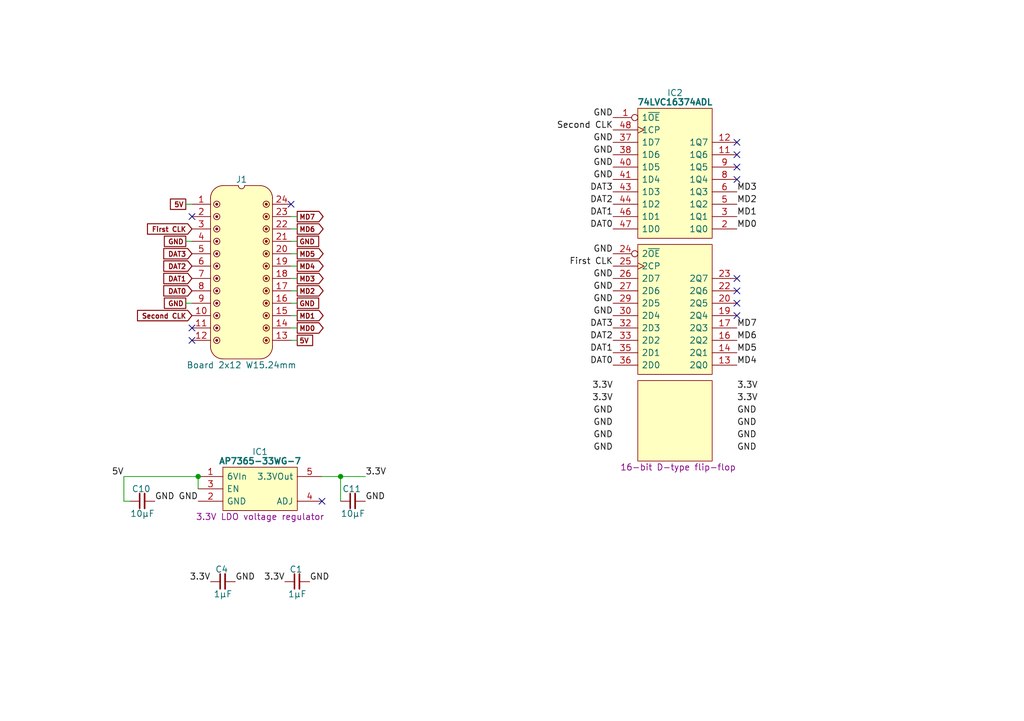
<source format=kicad_sch>
(kicad_sch (version 20250114) (generator "eeschema") (generator_version "9.0")
  (paper "A5")
  (title_block (title "SD Card Read Data") (date "2024-07-02") (rev "V0"))
  (lib_symbols
    (symbol "Diodes_Inc:AP7365-33WG-7" (pin_names (offset 0.762))
      (property "Reference" "IC" (at 12.7 5.08 0))
      (property "Value" "AP7365-33WG-7" (at 12.7 3.175 0))
      (property "Description" "3.3V LDO voltage regulator" (at 12.7 -8.255 0))
      (symbol "AP7365-33WG-7_0_0"
        (pin input line (at 0 -2.54 0) (length 5.08) (name "EN") (number "3"))
        (pin passive line (at 0 -5.08 0) (length 5.08) (name "GND") (number "2"))
        (pin passive line (at 25.4 -5.08 180) (length 5.08) (name "ADJ") (number "4"))
      )
      (symbol "AP7365-33WG-7_0_1"
        (polyline (pts (xy 5.08 1.905) (xy 20.32 1.905) (xy 20.32 -6.985) (xy 5.08 -6.985) (xy 5.08 1.905)) (fill (type background)))
      )
      (symbol "AP7365-33WG-7_1_0"
        (pin passive line (at 0 0 0) (length 5.08) (name "6VIn") (number "1"))
        (pin passive line (at 25.4 0 180) (length 5.08) (name "3.3VOut") (number "5"))
      )
    )
    (symbol "HCP65:Board_02x12_W15.24mm" (pin_names (offset 1.016) (hide yes))
      (property "Reference" "J" (at 0 5.08 0))
      (property "Value" "Board 2x12 W15.24mm" (at 0 -33.02 0))
      (symbol "Board_02x12_W15.24mm_0_1"
        (polyline (pts (xy -6.35 1.27) (xy -6.35 -29.21)))
        (arc (start -3.8102 -31.7498) (mid -5.6063 -31.0059) (end -6.3502 -29.2098))
        (arc (start -6.35 1.27) (mid -5.6061 3.0661) (end -3.81 3.81))
        (polyline (pts (xy -3.81 3.81) (xy -0.635 3.81)))
        (arc (start 0.635 3.81) (mid 0 3.175) (end -0.635 3.81))
        (polyline (pts (xy 0.635 3.81) (xy 3.81 3.81)))
        (polyline (pts (xy 3.8098 -31.7498) (xy -3.81 -31.75)))
        (arc (start 3.81 3.81) (mid 5.6061 3.0661) (end 6.35 1.27))
        (arc (start 6.3498 -29.2098) (mid 5.6059 -31.0059) (end 3.8098 -31.7498))
        (polyline (pts (xy 6.35 -29.21) (xy 6.35 1.27)))
      )
      (symbol "Board_02x12_W15.24mm_1_1"
        (polyline (pts (xy -6.35 1.27) (xy -6.096 2.286) (xy -5.588 3.048) (xy -4.826 3.556) (xy -4.064 3.81) (xy -0.762 3.81) (xy -0.508 3.302) (xy 0 3.048) (xy 0 -31.75) (xy -3.81 -31.75) (xy -4.826 -31.496) (xy -5.588 -30.988) (xy -6.096 -30.226) (xy -6.35 -29.464) (xy -6.35 1.27)) (stroke (width -0.0001)) (fill (type background)))
        (circle (center -5.08 0) (radius 0.0001) (stroke (width 0.3)))
        (circle (center -5.08 0) (radius 0.635) (fill (type color) (color 255 255 255 1)))
        (circle (center -5.08 -2.54) (radius 0.0001) (stroke (width 0.3)))
        (circle (center -5.08 -2.54) (radius 0.635) (fill (type color) (color 255 255 255 1)))
        (circle (center -5.08 -5.08) (radius 0.0001) (stroke (width 0.3)))
        (circle (center -5.08 -5.08) (radius 0.635) (fill (type color) (color 255 255 255 1)))
        (circle (center -5.08 -7.62) (radius 0.0001) (stroke (width 0.3)))
        (circle (center -5.08 -7.62) (radius 0.635) (fill (type color) (color 255 255 255 1)))
        (circle (center -5.08 -10.16) (radius 0.0001) (stroke (width 0.3)))
        (circle (center -5.08 -10.16) (radius 0.635) (fill (type color) (color 255 255 255 1)))
        (circle (center -5.08 -12.7) (radius 0.0001) (stroke (width 0.3)))
        (circle (center -5.08 -12.7) (radius 0.635) (fill (type color) (color 255 255 255 1)))
        (circle (center -5.08 -15.24) (radius 0.0001) (stroke (width 0.3)))
        (circle (center -5.08 -15.24) (radius 0.635) (fill (type color) (color 255 255 255 1)))
        (circle (center -5.08 -17.78) (radius 0.0001) (stroke (width 0.3)))
        (circle (center -5.08 -17.78) (radius 0.635) (fill (type color) (color 255 255 255 1)))
        (circle (center -5.08 -20.32) (radius 0.0001) (stroke (width 0.3)))
        (circle (center -5.08 -20.32) (radius 0.635) (fill (type color) (color 255 255 255 1)))
        (circle (center -5.08 -22.86) (radius 0.0001) (stroke (width 0.3)))
        (circle (center -5.08 -22.86) (radius 0.635) (fill (type color) (color 255 255 255 1)))
        (circle (center -5.08 -25.4) (radius 0.0001) (stroke (width 0.3)))
        (circle (center -5.08 -25.4) (radius 0.635) (fill (type color) (color 255 255 255 1)))
        (circle (center -5.08 -27.94) (radius 0.0001) (stroke (width 0.3)))
        (circle (center -5.08 -27.94) (radius 0.635) (fill (type color) (color 255 255 255 1)))
        (circle (center 5.08 0) (radius 0.0001) (stroke (width 0.3)))
        (circle (center 5.08 0) (radius 0.635) (fill (type color) (color 255 255 255 1)))
        (circle (center 5.08 -2.54) (radius 0.0001) (stroke (width 0.3)))
        (circle (center 5.08 -2.54) (radius 0.635) (fill (type color) (color 255 255 255 1)))
        (circle (center 5.08 -5.08) (radius 0.0001) (stroke (width 0.3)))
        (circle (center 5.08 -5.08) (radius 0.635) (fill (type color) (color 255 255 255 1)))
        (circle (center 5.08 -7.62) (radius 0.0001) (stroke (width 0.3)))
        (circle (center 5.08 -7.62) (radius 0.635) (fill (type color) (color 255 255 255 1)))
        (circle (center 5.08 -10.16) (radius 0.0001) (stroke (width 0.3)))
        (circle (center 5.08 -10.16) (radius 0.635) (fill (type color) (color 255 255 255 1)))
        (circle (center 5.08 -12.7) (radius 0.0001) (stroke (width 0.3)))
        (circle (center 5.08 -12.7) (radius 0.635) (fill (type color) (color 255 255 255 1)))
        (circle (center 5.08 -15.24) (radius 0.0001) (stroke (width 0.3)))
        (circle (center 5.08 -15.24) (radius 0.635) (fill (type color) (color 255 255 255 1)))
        (circle (center 5.08 -17.78) (radius 0.0001) (stroke (width 0.3)))
        (circle (center 5.08 -17.78) (radius 0.635) (fill (type color) (color 255 255 255 1)))
        (circle (center 5.08 -20.32) (radius 0.0001) (stroke (width 0.3)))
        (circle (center 5.08 -20.32) (radius 0.635) (fill (type color) (color 255 255 255 1)))
        (circle (center 5.08 -22.86) (radius 0.0001) (stroke (width 0.3)))
        (circle (center 5.08 -22.86) (radius 0.635) (fill (type color) (color 255 255 255 1)))
        (circle (center 5.08 -25.4) (radius 0.0001) (stroke (width 0.3)))
        (circle (center 5.08 -25.4) (radius 0.635) (fill (type color) (color 255 255 255 1)))
        (circle (center 5.08 -27.94) (radius 0.0001) (stroke (width 0.3)))
        (circle (center 5.08 -27.94) (radius 0.635) (fill (type color) (color 255 255 255 1)))
        (polyline (pts (xy 6.35 1.27) (xy 6.096 2.286) (xy 5.588 3.048) (xy 4.826 3.556) (xy 4.064 3.81) (xy 0.762 3.81) (xy 0.508 3.302) (xy 0 3.048) (xy 0 -31.75) (xy 3.81 -31.75) (xy 4.826 -31.496) (xy 5.588 -30.988) (xy 6.096 -30.226) (xy 6.35 -29.464) (xy 6.35 1.27)) (stroke (width -0.0001)) (fill (type background)))
        (pin passive line (at -10.16 0 0) (length 3.81) (name "") (number "1"))
        (pin passive line (at -10.16 -2.54 0) (length 3.81) (name "") (number "2"))
        (pin passive line (at -10.16 -5.08 0) (length 3.81) (name "") (number "3"))
        (pin passive line (at -10.16 -7.62 0) (length 3.81) (name "") (number "4"))
        (pin passive line (at -10.16 -10.16 0) (length 3.81) (name "") (number "5"))
        (pin passive line (at -10.16 -12.7 0) (length 3.81) (name "") (number "6"))
        (pin passive line (at -10.16 -15.24 0) (length 3.81) (name "") (number "7"))
        (pin passive line (at -10.16 -17.78 0) (length 3.81) (name "") (number "8"))
        (pin passive line (at -10.16 -20.32 0) (length 3.81) (name "") (number "9"))
        (pin passive line (at -10.16 -22.86 0) (length 3.81) (name "") (number "10"))
        (pin passive line (at -10.16 -25.4 0) (length 3.81) (name "") (number "11"))
        (pin passive line (at -10.16 -27.94 0) (length 3.81) (name "") (number "12"))
        (pin passive line (at 10.16 0 180) (length 3.81) (name "") (number "24"))
        (pin passive line (at 10.16 -2.54 180) (length 3.81) (name "") (number "23"))
        (pin passive line (at 10.16 -5.08 180) (length 3.81) (name "") (number "22"))
        (pin passive line (at 10.16 -7.62 180) (length 3.81) (name "") (number "21"))
        (pin passive line (at 10.16 -10.16 180) (length 3.81) (name "") (number "20"))
        (pin passive line (at 10.16 -12.7 180) (length 3.81) (name "") (number "19"))
        (pin passive line (at 10.16 -15.24 180) (length 3.81) (name "") (number "18"))
        (pin passive line (at 10.16 -17.78 180) (length 3.81) (name "") (number "17"))
        (pin passive line (at 10.16 -20.32 180) (length 3.81) (name "") (number "16"))
        (pin passive line (at 10.16 -22.86 180) (length 3.81) (name "") (number "15"))
        (pin passive line (at 10.16 -25.4 180) (length 3.81) (name "") (number "14"))
        (pin passive line (at 10.16 -27.94 180) (length 3.81) (name "") (number "13"))
      )
    )
    (symbol "HCP65:C_0805" (pin_numbers (hide yes)) (pin_names (offset 0.254) (hide yes))
      (property "Reference" "C" (at 2.286 2.54 0))
      (property "Value" "?μF" (at 2.54 -2.54 0))
      (symbol "C_0805_0_1"
        (polyline (pts (xy 1.9685 -1.4605) (xy 1.9685 1.5875)) (stroke (width 0.3048)))
        (polyline (pts (xy 2.9845 -1.4605) (xy 2.9845 1.5875)) (stroke (width 0.3302)))
      )
      (symbol "C_0805_1_1"
        (pin passive line (at 0 0 0) (length 2.032) (name "~") (number "1"))
        (pin passive line (at 5.08 0 180) (length 2.032) (name "~") (number "2"))
      )
    )
    (symbol "Nexperia:74LVC16374ADL" (pin_names (offset 0.762))
      (property "Reference" "IC" (at 13.335 5.08 0))
      (property "Value" "74LVC16374ADL" (at 13.335 3.175 0))
      (property "Description" "16-bit D-type flip-flop" (at 13.97 -71.755 0))
      (symbol "74LVC16374ADL_0_0"
        (pin input inverted (at 0.635 0 0) (length 5.08) (name "1~{OE}") (number "1"))
        (pin input line (at 0.635 -5.08 0) (length 5.08) (name "1D7") (number "37"))
        (pin input line (at 0.635 -10.16 0) (length 5.08) (name "1D5") (number "40"))
        (pin input line (at 0.635 -12.7 0) (length 5.08) (name "1D4") (number "41"))
        (pin input line (at 0.635 -15.24 0) (length 5.08) (name "1D3") (number "43"))
        (pin input line (at 0.635 -17.78 0) (length 5.08) (name "1D2") (number "44"))
        (pin input line (at 0.635 -20.32 0) (length 5.08) (name "1D1") (number "46"))
        (pin input line (at 0.635 -22.86 0) (length 5.08) (name "1D0") (number "47"))
        (pin input inverted (at 0.635 -27.94 0) (length 5.08) (name "2~{OE}") (number "24"))
        (pin input line (at 0.635 -33.02 0) (length 5.08) (name "2D7") (number "26"))
        (pin input line (at 0.635 -35.56 0) (length 5.08) (name "2D6") (number "27"))
        (pin input line (at 0.635 -38.1 0) (length 5.08) (name "2D5") (number "29"))
        (pin input line (at 0.635 -40.64 0) (length 5.08) (name "2D4") (number "30"))
        (pin input line (at 0.635 -43.18 0) (length 5.08) (name "2D3") (number "32"))
        (pin input line (at 0.635 -45.72 0) (length 5.08) (name "2D2") (number "33"))
        (pin input line (at 0.635 -48.26 0) (length 5.08) (name "2D1") (number "35"))
        (pin input line (at 0.635 -50.8 0) (length 5.08) (name "2D0") (number "36"))
        (pin tri_state line (at 26.035 -5.08 180) (length 5.08) (name "1Q7") (number "12"))
        (pin tri_state line (at 26.035 -7.62 180) (length 5.08) (name "1Q6") (number "11"))
        (pin tri_state line (at 26.035 -10.16 180) (length 5.08) (name "1Q5") (number "9"))
        (pin tri_state line (at 26.035 -12.7 180) (length 5.08) (name "1Q4") (number "8"))
        (pin tri_state line (at 26.035 -15.24 180) (length 5.08) (name "1Q3") (number "6"))
        (pin tri_state line (at 26.035 -17.78 180) (length 5.08) (name "1Q2") (number "5"))
        (pin tri_state line (at 26.035 -20.32 180) (length 5.08) (name "1Q1") (number "3"))
        (pin tri_state line (at 26.035 -22.86 180) (length 5.08) (name "1Q0") (number "2"))
        (pin tri_state line (at 26.035 -33.02 180) (length 5.08) (name "2Q7") (number "23"))
        (pin tri_state line (at 26.035 -38.1 180) (length 5.08) (name "2Q5") (number "20"))
        (pin tri_state line (at 26.035 -40.64 180) (length 5.08) (name "2Q4") (number "19"))
        (pin tri_state line (at 26.035 -43.18 180) (length 5.08) (name "2Q3") (number "17"))
        (pin tri_state line (at 26.035 -45.72 180) (length 5.08) (name "2Q2") (number "16"))
        (pin tri_state line (at 26.035 -48.26 180) (length 5.08) (name "2Q1") (number "14"))
        (pin tri_state line (at 26.035 -50.8 180) (length 5.08) (name "2Q0") (number "13"))
      )
      (symbol "74LVC16374ADL_0_1"
        (polyline (pts (xy 5.715 1.905) (xy 20.955 1.905) (xy 20.955 -24.765) (xy 5.715 -24.765) (xy 5.715 1.905)) (stroke (width 0.1524)) (fill (type background)))
        (polyline (pts (xy 5.715 -26.035) (xy 20.955 -26.035) (xy 20.955 -52.705) (xy 5.715 -52.705) (xy 5.715 -26.035)) (stroke (width 0.1524)) (fill (type background)))
        (polyline (pts (xy 5.715 -53.975) (xy 20.955 -53.975) (xy 20.955 -70.485) (xy 5.715 -70.485) (xy 5.715 -53.975)) (stroke (width 0.1524)) (fill (type background)))
      )
      (symbol "74LVC16374ADL_1_0"
        (pin input clock (at 0.635 -2.54 0) (length 5.08) (name "1CP") (number "48"))
        (pin input line (at 0.635 -7.62 0) (length 5.08) (name "1D6") (number "38"))
        (pin input clock (at 0.635 -30.48 0) (length 5.08) (name "2CP") (number "25"))
        (pin passive line (at 0.635 -55.88 0) (length 5.08) (hide yes) (name "3V") (number "7"))
        (pin passive line (at 0.635 -58.42 0) (length 5.08) (hide yes) (name "3V") (number "18"))
        (pin passive line (at 0.635 -60.96 0) (length 5.08) (hide yes) (name "GND") (number "4"))
        (pin passive line (at 0.635 -63.5 0) (length 5.08) (hide yes) (name "GND") (number "10"))
        (pin passive line (at 0.635 -66.04 0) (length 5.08) (hide yes) (name "GND") (number "15"))
        (pin passive line (at 0.635 -68.58 0) (length 5.08) (hide yes) (name "GND") (number "21"))
        (pin tri_state line (at 26.035 -35.56 180) (length 5.08) (name "2Q6") (number "22"))
        (pin passive line (at 26.035 -55.88 180) (length 5.08) (hide yes) (name "3V") (number "42"))
        (pin passive line (at 26.035 -58.42 180) (length 5.08) (hide yes) (name "3V") (number "31"))
        (pin passive line (at 26.035 -60.96 180) (length 5.08) (hide yes) (name "GND") (number "45"))
        (pin passive line (at 26.035 -63.5 180) (length 5.08) (hide yes) (name "GND") (number "39"))
        (pin passive line (at 26.035 -66.04 180) (length 5.08) (hide yes) (name "GND") (number "34"))
        (pin passive line (at 26.035 -68.58 180) (length 5.08) (hide yes) (name "GND") (number "28"))
      )
    )
  )
  (junction (at 40.64 97.79))
  (junction (at 69.85 97.79))
  (no_connect (at 151.13 62.23))
  (no_connect (at 59.69 41.91))
  (no_connect (at 151.13 36.83))
  (no_connect (at 66.04 102.87))
  (no_connect (at 151.13 57.15))
  (no_connect (at 151.13 34.29))
  (no_connect (at 39.37 69.85))
  (no_connect (at 151.13 64.77))
  (no_connect (at 39.37 67.31))
  (no_connect (at 151.13 31.75))
  (no_connect (at 39.37 44.45))
  (no_connect (at 151.13 59.69))
  (no_connect (at 151.13 29.21))
  (wire (pts (xy 60.96 52.07) (xy 59.69 52.07)))
  (wire (pts (xy 69.85 102.87) (xy 69.85 97.79)))
  (wire (pts (xy 60.96 67.31) (xy 59.69 67.31)))
  (wire (pts (xy 60.96 44.45) (xy 59.69 44.45)))
  (wire (pts (xy 25.4 97.79) (xy 40.64 97.79)))
  (wire (pts (xy 60.96 59.69) (xy 59.69 59.69)))
  (wire (pts (xy 60.96 69.85) (xy 59.69 69.85)))
  (wire (pts (xy 40.64 97.79) (xy 40.64 100.33)))
  (wire (pts (xy 60.96 57.15) (xy 59.69 57.15)))
  (wire (pts (xy 60.96 64.77) (xy 59.69 64.77)))
  (wire (pts (xy 38.1 49.53) (xy 39.37 49.53)))
  (wire (pts (xy 66.04 97.79) (xy 69.85 97.79)))
  (wire (pts (xy 60.96 62.23) (xy 59.69 62.23)))
  (wire (pts (xy 25.4 97.79) (xy 25.4 102.87)))
  (wire (pts (xy 60.96 54.61) (xy 59.69 54.61)))
  (wire (pts (xy 38.1 62.23) (xy 39.37 62.23)))
  (wire (pts (xy 60.96 46.99) (xy 59.69 46.99)))
  (wire (pts (xy 38.1 41.91) (xy 39.37 41.91)))
  (wire (pts (xy 25.4 102.87) (xy 26.67 102.87)))
  (wire (pts (xy 69.85 97.79) (xy 74.93 97.79)))
  (wire (pts (xy 60.96 49.53) (xy 59.69 49.53)))
  (label "GND" (at 151.13 90.17 0))
  (label "GND" (at 63.5 119.38 0))
  (label "GND" (at 125.73 85.09 180))
  (label "3.3V" (at 43.18 119.38 180))
  (label "MD5" (at 151.13 72.39 0))
  (label "GND" (at 74.93 102.87 0))
  (label "GND" (at 125.73 29.21 180))
  (label "GND" (at 125.73 52.07 180))
  (label "DAT3" (at 125.73 39.37 180))
  (label "3.3V" (at 125.73 82.55 180))
  (label "DAT1" (at 125.73 72.39 180))
  (label "MD0" (at 151.13 46.99 0))
  (label "GND" (at 125.73 36.83 180))
  (label "GND" (at 31.75 102.87 0))
  (label "5V" (at 25.4 97.79 180))
  (label "GND" (at 125.73 64.77 180))
  (label "MD4" (at 151.13 74.93 0))
  (label "First CLK" (at 125.73 54.61 180))
  (label "GND" (at 40.64 102.87 180))
  (label "DAT0" (at 125.73 74.93 180))
  (label "GND" (at 125.73 87.63 180))
  (label "GND" (at 125.73 92.71 180))
  (label "MD7" (at 151.13 67.31 0))
  (label "MD6" (at 151.13 69.85 0))
  (label "GND" (at 125.73 24.13 180))
  (label "MD2" (at 151.13 41.91 0))
  (label "3.3V" (at 125.73 80.01 180))
  (label "Second CLK" (at 125.73 26.67 180))
  (label "3.3V" (at 58.42 119.38 180))
  (label "GND" (at 125.73 62.23 180))
  (label "3.3V" (at 74.93 97.79 0))
  (label "DAT2" (at 125.73 69.85 180))
  (label "DAT1" (at 125.73 44.45 180))
  (label "GND" (at 125.73 31.75 180))
  (label "3.3V" (at 151.13 82.55 0))
  (label "3.3V" (at 151.13 80.01 0))
  (label "MD1" (at 151.13 44.45 0))
  (label "DAT3" (at 125.73 67.31 180))
  (label "GND" (at 125.73 57.15 180))
  (label "GND" (at 151.13 87.63 0))
  (label "GND" (at 125.73 34.29 180))
  (label "DAT0" (at 125.73 46.99 180))
  (label "GND" (at 151.13 92.71 0))
  (label "GND" (at 125.73 90.17 180))
  (label "GND" (at 125.73 59.69 180))
  (label "GND" (at 151.13 85.09 0))
  (label "MD3" (at 151.13 39.37 0))
  (label "GND" (at 48.26 119.38 0))
  (label "DAT2" (at 125.73 41.91 180))
  (global_label "MD1" (shape output) (at 60.96 64.77 0) (effects (font (size 1 1) (thickness 0.2) (bold yes))) (property "Intersheetrefs" "${INTERSHEET_REFS}" (effects (hide yes))))
  (global_label "MD2" (shape output) (at 60.96 59.69 0) (effects (font (size 1 1) (thickness 0.2) (bold yes))) (property "Intersheetrefs" "${INTERSHEET_REFS}" (effects (hide yes))))
  (global_label "GND" (shape passive) (at 60.96 49.53 0) (effects (font (size 1 1) (thickness 0.2) (bold yes))) (property "Intersheetrefs" "${INTERSHEET_REFS}" (effects (hide yes))))
  (global_label "MD7" (shape output) (at 60.96 44.45 0) (effects (font (size 1 1) (thickness 0.2) (bold yes))) (property "Intersheetrefs" "${INTERSHEET_REFS}" (effects (hide yes))))
  (global_label "DAT2" (shape input) (at 39.37 54.61 180) (effects (font (size 1 1) (thickness 0.2) (bold yes))) (property "Intersheetrefs" "${INTERSHEET_REFS}" (effects (hide yes))))
  (global_label "DAT3" (shape input) (at 39.37 52.07 180) (effects (font (size 1 1) (thickness 0.2) (bold yes))) (property "Intersheetrefs" "${INTERSHEET_REFS}" (effects (hide yes))))
  (global_label "GND" (shape passive) (at 60.96 62.23 0) (effects (font (size 1 1) (thickness 0.2) (bold yes))) (property "Intersheetrefs" "${INTERSHEET_REFS}" (effects (hide yes))))
  (global_label "First CLK" (shape input) (at 39.37 46.99 180) (effects (font (size 1 1) (thickness 0.2) (bold yes))) (property "Intersheetrefs" "${INTERSHEET_REFS}" (effects (hide yes))))
  (global_label "MD0" (shape output) (at 60.96 67.31 0) (effects (font (size 1 1) (thickness 0.2) (bold yes))) (property "Intersheetrefs" "${INTERSHEET_REFS}" (effects (hide yes))))
  (global_label "MD4" (shape output) (at 60.96 54.61 0) (effects (font (size 1 1) (thickness 0.2) (bold yes))) (property "Intersheetrefs" "${INTERSHEET_REFS}" (effects (hide yes))))
  (global_label "5V" (shape passive) (at 60.96 69.85 0) (effects (font (size 1 1) (thickness 0.2) (bold yes))) (property "Intersheetrefs" "${INTERSHEET_REFS}" (effects (hide yes))))
  (global_label "GND" (shape passive) (at 38.1 49.53 180) (effects (font (size 1 1) (thickness 0.2) (bold yes))) (property "Intersheetrefs" "${INTERSHEET_REFS}" (effects (hide yes))))
  (global_label "5V" (shape passive) (at 38.1 41.91 180) (effects (font (size 1 1) (thickness 0.2) (bold yes))) (property "Intersheetrefs" "${INTERSHEET_REFS}" (effects (hide yes))))
  (global_label "MD6" (shape output) (at 60.96 46.99 0) (effects (font (size 1 1) (thickness 0.2) (bold yes))) (property "Intersheetrefs" "${INTERSHEET_REFS}" (effects (hide yes))))
  (global_label "Second CLK" (shape input) (at 39.37 64.77 180) (effects (font (size 1 1) (thickness 0.2) (bold yes))) (property "Intersheetrefs" "${INTERSHEET_REFS}" (effects (hide yes))))
  (global_label "MD3" (shape output) (at 60.96 57.15 0) (effects (font (size 1 1) (thickness 0.2) (bold yes))) (property "Intersheetrefs" "${INTERSHEET_REFS}" (effects (hide yes))))
  (global_label "DAT1" (shape input) (at 39.37 57.15 180) (effects (font (size 1 1) (thickness 0.2) (bold yes))) (property "Intersheetrefs" "${INTERSHEET_REFS}" (effects (hide yes))))
  (global_label "DAT0" (shape input) (at 39.37 59.69 180) (effects (font (size 1 1) (thickness 0.2) (bold yes))) (property "Intersheetrefs" "${INTERSHEET_REFS}" (effects (hide yes))))
  (global_label "MD5" (shape output) (at 60.96 52.07 0) (effects (font (size 1 1) (thickness 0.2) (bold yes))) (property "Intersheetrefs" "${INTERSHEET_REFS}" (effects (hide yes))))
  (global_label "GND" (shape passive) (at 38.1 62.23 180) (effects (font (size 1 1) (thickness 0.2) (bold yes))) (property "Intersheetrefs" "${INTERSHEET_REFS}" (effects (hide yes))))
  (symbol (lib_id "Nexperia:74LVC16374ADL") (at 125.095 24.13 0) (unit 1)
    (property "Reference" "IC2" (at 138.43 19.05 0))
    (property "Value" "74LVC16374ADL" (at 138.43 20.955 0) (effects (font (bold yes))))
    (property "Footprint" "SamacSys_Parts:SOP64P1025X280-48N" (effects (hide yes)))
    (property "Datasheet" "https://datasheet.datasheetarchive.com/originals/distributors/Datasheets-112/DSAP0046332.pdf" (effects (hide yes)))
    (property "Description" "16-bit D-type flip-flop" (at 139.065 95.885 0))
    (property "Height" "2.8" (effects (hide yes)))
    (property "Manufacturer_Name" "Nexperia" (effects (hide yes)))
    (property "Manufacturer_Part_Number" "74LVC16374ADL" (effects (hide yes)))
    (property "Mouser Part Number" "771-74LVC16374ADL" (effects (hide yes)))
    (property "Mouser Price/Stock" "https://www.mouser.com/Search/Refine.aspx?Keyword=771-74LVC16374ADL" (effects (hide yes)))
    (property "Silkscreen" "74LVC16374" (effects (hide yes)))
    (property "Garbage" "74LVC16374ADL, Hexadecimal D Type Latch 3 State 1.2  3.6 V 48-Pin SSOP" (effects (hide yes)))
  )
  (symbol (lib_id "HCP65:Board_02x12_W15.24mm") (at 49.53 41.91 0) (unit 1)
    (property "Reference" "J1" (at 49.53 36.83 0))
    (property "Value" "Board 2x12 W15.24mm" (at 49.53 74.93 0))
    (property "Footprint" "SamacSys_Parts:DIP-24_Board_W15.24mm" (effects (hide yes)))
  )
  (symbol (lib_id "HCP65:C_0805") (at 58.42 119.38 0) (unit 1)
    (property "Reference" "C1" (at 60.706 116.84 0))
    (property "Value" "1μF" (at 60.96 121.92 0))
    (property "Footprint" "SamacSys_Parts:C_0805" (effects (hide yes)))
  )
  (symbol (lib_id "HCP65:C_0805") (at 26.67 102.87 0) (unit 1)
    (property "Reference" "C10" (at 28.956 100.33 0))
    (property "Value" "10μF" (at 29.21 105.41 0))
    (property "Footprint" "SamacSys_Parts:C_0805" (effects (hide yes)))
  )
  (symbol (lib_id "HCP65:C_0805") (at 43.18 119.38 0) (unit 1)
    (property "Reference" "C4" (at 45.466 116.84 0))
    (property "Value" "1μF" (at 45.72 121.92 0))
    (property "Footprint" "SamacSys_Parts:C_0805" (effects (hide yes)))
  )
  (symbol (lib_id "Diodes_Inc:AP7365-33WG-7") (at 40.64 97.79 0) (unit 1)
    (property "Reference" "IC1" (at 53.34 92.71 0))
    (property "Value" "AP7365-33WG-7" (at 53.34 94.615 0) (effects (font (bold yes))))
    (property "Footprint" "SamacSys_Parts:SOT95P285X130-5N" (effects (hide yes)))
    (property "Datasheet" "https://componentsearchengine.com/Datasheets/1/AP7365-33WG-7.pdf" (effects (hide yes)))
    (property "Description" "3.3V LDO voltage regulator" (at 53.34 106.045 0))
    (property "Height" "1.3" (effects (hide yes)))
    (property "Manufacturer_Name" "Diodes Inc." (effects (hide yes)))
    (property "Manufacturer_Part_Number" "AP7365-33WG-7" (effects (hide yes)))
    (property "Mouser Part Number" "621-AP7365-33WG-7" (effects (hide yes)))
    (property "Mouser Price/Stock" "https://www.mouser.co.uk/ProductDetail/Diodes-Incorporated/AP7365-33WG-7?qs=abZ1nkZpTuOZFvxvoFPL0w%3D%3D" (effects (hide yes)))
    (property "Arrow Part Number" "AP7365-33WG-7" (effects (hide yes)))
    (property "Arrow Price/Stock" "https://www.arrow.com/en/products/ap7365-33wg-7/diodes-incorporated?region=nac" (effects (hide yes)))
    (property "Silkscreen" "AP7365" (effects (hide yes)))
    (property "Garbage" "DiodesZetex AP7365-33WG-7, LDO Voltage Regulator, 600mA, 3.3 V +/-2%, 2  6 Vin, 5-Pin SOT-25" (effects (hide yes)))
  )
  (symbol (lib_id "HCP65:C_0805") (at 69.85 102.87 0) (unit 1)
    (property "Reference" "C11" (at 72.136 100.33 0))
    (property "Value" "10μF" (at 72.39 105.41 0))
    (property "Footprint" "SamacSys_Parts:C_0805" (effects (hide yes)))
  )
)
</source>
